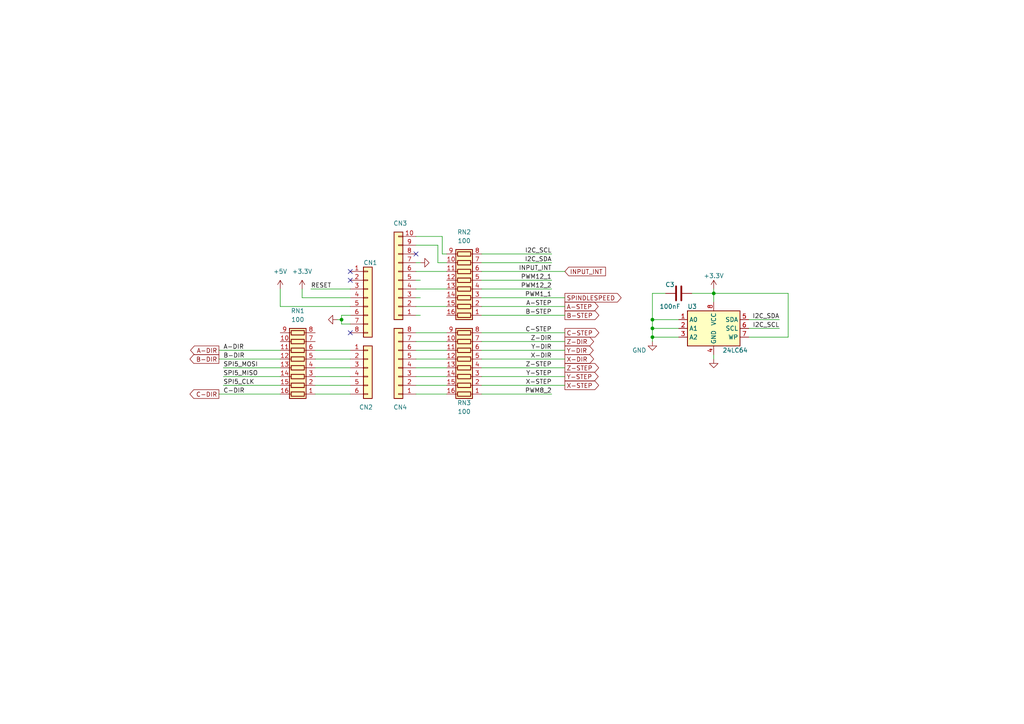
<source format=kicad_sch>
(kicad_sch (version 20230121) (generator eeschema)
  (paper "A4")
  (lib_symbols
    (symbol "Connector_Generic:Conn_01x06" (pin_names (offset 1.016) hide)
      (property "Reference" "J" (at 0 7.62 0))
      (property "Value" "Conn_01x06" (at 0 -10.16 0))
      (symbol "Conn_01x06_1_1"
        (rectangle (start -1.27 -7.493) (end 0 -7.747) (stroke (width 0.1524)))
        (rectangle (start -1.27 -4.953) (end 0 -5.207) (stroke (width 0.1524)))
        (rectangle (start -1.27 -2.413) (end 0 -2.667) (stroke (width 0.1524)))
        (rectangle (start -1.27 0.127) (end 0 -0.127) (stroke (width 0.1524)))
        (rectangle (start -1.27 2.667) (end 0 2.413) (stroke (width 0.1524)))
        (rectangle (start -1.27 5.207) (end 0 4.953) (stroke (width 0.1524)))
        (rectangle (start -1.27 6.35) (end 1.27 -8.89) (stroke (width 0.254)) (fill (type background)))
        (pin passive line (at -5.08 5.08 0) (length 3.81) (name "Pin_1") (number "1"))
        (pin passive line (at -5.08 2.54 0) (length 3.81) (name "Pin_2") (number "2"))
        (pin passive line (at -5.08 0 0) (length 3.81) (name "Pin_3") (number "3"))
        (pin passive line (at -5.08 -2.54 0) (length 3.81) (name "Pin_4") (number "4"))
        (pin passive line (at -5.08 -5.08 0) (length 3.81) (name "Pin_5") (number "5"))
        (pin passive line (at -5.08 -7.62 0) (length 3.81) (name "Pin_6") (number "6"))
      )
    )
    (symbol "Connector_Generic:Conn_01x08" (pin_names (offset 1.016) hide)
      (property "Reference" "J" (at 0 10.16 0))
      (property "Value" "Conn_01x08" (at 0 -12.7 0))
      (symbol "Conn_01x08_1_1"
        (rectangle (start -1.27 -10.033) (end 0 -10.287) (stroke (width 0.1524)))
        (rectangle (start -1.27 -7.493) (end 0 -7.747) (stroke (width 0.1524)))
        (rectangle (start -1.27 -4.953) (end 0 -5.207) (stroke (width 0.1524)))
        (rectangle (start -1.27 -2.413) (end 0 -2.667) (stroke (width 0.1524)))
        (rectangle (start -1.27 0.127) (end 0 -0.127) (stroke (width 0.1524)))
        (rectangle (start -1.27 2.667) (end 0 2.413) (stroke (width 0.1524)))
        (rectangle (start -1.27 5.207) (end 0 4.953) (stroke (width 0.1524)))
        (rectangle (start -1.27 7.747) (end 0 7.493) (stroke (width 0.1524)))
        (rectangle (start -1.27 8.89) (end 1.27 -11.43) (stroke (width 0.254)) (fill (type background)))
        (pin passive line (at -5.08 7.62 0) (length 3.81) (name "Pin_1") (number "1"))
        (pin passive line (at -5.08 5.08 0) (length 3.81) (name "Pin_2") (number "2"))
        (pin passive line (at -5.08 2.54 0) (length 3.81) (name "Pin_3") (number "3"))
        (pin passive line (at -5.08 0 0) (length 3.81) (name "Pin_4") (number "4"))
        (pin passive line (at -5.08 -2.54 0) (length 3.81) (name "Pin_5") (number "5"))
        (pin passive line (at -5.08 -5.08 0) (length 3.81) (name "Pin_6") (number "6"))
        (pin passive line (at -5.08 -7.62 0) (length 3.81) (name "Pin_7") (number "7"))
        (pin passive line (at -5.08 -10.16 0) (length 3.81) (name "Pin_8") (number "8"))
      )
    )
    (symbol "Connector_Generic:Conn_01x10" (pin_names (offset 1.016) hide)
      (property "Reference" "J" (at 0 12.7 0))
      (property "Value" "Conn_01x10" (at 0 -15.24 0))
      (symbol "Conn_01x10_1_1"
        (rectangle (start -1.27 -12.573) (end 0 -12.827) (stroke (width 0.1524)))
        (rectangle (start -1.27 -10.033) (end 0 -10.287) (stroke (width 0.1524)))
        (rectangle (start -1.27 -7.493) (end 0 -7.747) (stroke (width 0.1524)))
        (rectangle (start -1.27 -4.953) (end 0 -5.207) (stroke (width 0.1524)))
        (rectangle (start -1.27 -2.413) (end 0 -2.667) (stroke (width 0.1524)))
        (rectangle (start -1.27 0.127) (end 0 -0.127) (stroke (width 0.1524)))
        (rectangle (start -1.27 2.667) (end 0 2.413) (stroke (width 0.1524)))
        (rectangle (start -1.27 5.207) (end 0 4.953) (stroke (width 0.1524)))
        (rectangle (start -1.27 7.747) (end 0 7.493) (stroke (width 0.1524)))
        (rectangle (start -1.27 10.287) (end 0 10.033) (stroke (width 0.1524)))
        (rectangle (start -1.27 11.43) (end 1.27 -13.97) (stroke (width 0.254)) (fill (type background)))
        (pin passive line (at -5.08 10.16 0) (length 3.81) (name "Pin_1") (number "1"))
        (pin passive line (at -5.08 -12.7 0) (length 3.81) (name "Pin_10") (number "10"))
        (pin passive line (at -5.08 7.62 0) (length 3.81) (name "Pin_2") (number "2"))
        (pin passive line (at -5.08 5.08 0) (length 3.81) (name "Pin_3") (number "3"))
        (pin passive line (at -5.08 2.54 0) (length 3.81) (name "Pin_4") (number "4"))
        (pin passive line (at -5.08 0 0) (length 3.81) (name "Pin_5") (number "5"))
        (pin passive line (at -5.08 -2.54 0) (length 3.81) (name "Pin_6") (number "6"))
        (pin passive line (at -5.08 -5.08 0) (length 3.81) (name "Pin_7") (number "7"))
        (pin passive line (at -5.08 -7.62 0) (length 3.81) (name "Pin_8") (number "8"))
        (pin passive line (at -5.08 -10.16 0) (length 3.81) (name "Pin_9") (number "9"))
      )
    )
    (symbol "Device:C" (pin_numbers hide) (pin_names (offset 0.254))
      (property "Reference" "C" (at 0.635 2.54 0))
      (property "Value" "C" (at 0.635 -2.54 0))
      (symbol "C_0_1"
        (polyline (pts (xy -2.032 -0.762) (xy 2.032 -0.762)) (stroke (width 0.508)))
        (polyline (pts (xy -2.032 0.762) (xy 2.032 0.762)) (stroke (width 0.508)))
      )
      (symbol "C_1_1"
        (pin passive line (at 0 3.81 270) (length 2.794) (name "~") (number "1"))
        (pin passive line (at 0 -3.81 90) (length 2.794) (name "~") (number "2"))
      )
    )
    (symbol "Device:R_Pack08" (pin_names (offset 0) hide)
      (property "Reference" "RN" (at -12.7 0 90))
      (property "Value" "R_Pack08" (at 10.16 0 90))
      (symbol "R_Pack08_0_1"
        (rectangle (start -11.43 -2.413) (end 8.89 2.413) (stroke (width 0.254)) (fill (type background)))
        (rectangle (start -10.795 1.905) (end -9.525 -1.905) (stroke (width 0.254)))
        (rectangle (start -8.255 1.905) (end -6.985 -1.905) (stroke (width 0.254)))
        (rectangle (start -5.715 1.905) (end -4.445 -1.905) (stroke (width 0.254)))
        (rectangle (start -3.175 1.905) (end -1.905 -1.905) (stroke (width 0.254)))
        (rectangle (start -0.635 1.905) (end 0.635 -1.905) (stroke (width 0.254)))
        (polyline (pts (xy -10.16 -2.54) (xy -10.16 -1.905)))
        (polyline (pts (xy -10.16 1.905) (xy -10.16 2.54)))
        (polyline (pts (xy -7.62 -2.54) (xy -7.62 -1.905)))
        (polyline (pts (xy -7.62 1.905) (xy -7.62 2.54)))
        (polyline (pts (xy -5.08 -2.54) (xy -5.08 -1.905)))
        (polyline (pts (xy -5.08 1.905) (xy -5.08 2.54)))
        (polyline (pts (xy -2.54 -2.54) (xy -2.54 -1.905)))
        (polyline (pts (xy -2.54 1.905) (xy -2.54 2.54)))
        (polyline (pts (xy 0 -2.54) (xy 0 -1.905)))
        (polyline (pts (xy 0 1.905) (xy 0 2.54)))
        (polyline (pts (xy 2.54 -2.54) (xy 2.54 -1.905)))
        (polyline (pts (xy 2.54 1.905) (xy 2.54 2.54)))
        (polyline (pts (xy 5.08 -2.54) (xy 5.08 -1.905)))
        (polyline (pts (xy 5.08 1.905) (xy 5.08 2.54)))
        (polyline (pts (xy 7.62 -2.54) (xy 7.62 -1.905)))
        (polyline (pts (xy 7.62 1.905) (xy 7.62 2.54)))
        (rectangle (start 1.905 1.905) (end 3.175 -1.905) (stroke (width 0.254)))
        (rectangle (start 4.445 1.905) (end 5.715 -1.905) (stroke (width 0.254)))
        (rectangle (start 6.985 1.905) (end 8.255 -1.905) (stroke (width 0.254)))
      )
      (symbol "R_Pack08_1_1"
        (pin passive line (at -10.16 -5.08 90) (length 2.54) (name "R1.1") (number "1"))
        (pin passive line (at 5.08 5.08 270) (length 2.54) (name "R7.2") (number "10"))
        (pin passive line (at 2.54 5.08 270) (length 2.54) (name "R6.2") (number "11"))
        (pin passive line (at 0 5.08 270) (length 2.54) (name "R5.2") (number "12"))
        (pin passive line (at -2.54 5.08 270) (length 2.54) (name "R4.2") (number "13"))
        (pin passive line (at -5.08 5.08 270) (length 2.54) (name "R3.2") (number "14"))
        (pin passive line (at -7.62 5.08 270) (length 2.54) (name "R2.2") (number "15"))
        (pin passive line (at -10.16 5.08 270) (length 2.54) (name "R1.2") (number "16"))
        (pin passive line (at -7.62 -5.08 90) (length 2.54) (name "R2.1") (number "2"))
        (pin passive line (at -5.08 -5.08 90) (length 2.54) (name "R3.1") (number "3"))
        (pin passive line (at -2.54 -5.08 90) (length 2.54) (name "R4.1") (number "4"))
        (pin passive line (at 0 -5.08 90) (length 2.54) (name "R5.1") (number "5"))
        (pin passive line (at 2.54 -5.08 90) (length 2.54) (name "R6.1") (number "6"))
        (pin passive line (at 5.08 -5.08 90) (length 2.54) (name "R7.1") (number "7"))
        (pin passive line (at 7.62 -5.08 90) (length 2.54) (name "R8.1") (number "8"))
        (pin passive line (at 7.62 5.08 270) (length 2.54) (name "R8.2") (number "9"))
      )
    )
    (symbol "Memory_EEPROM:24LC64"
      (property "Reference" "U" (at -6.35 6.35 0))
      (property "Value" "24LC64" (at 1.27 6.35 0))
      (symbol "24LC64_1_1"
        (rectangle (start -7.62 5.08) (end 7.62 -5.08) (stroke (width 0.254)) (fill (type background)))
        (pin input line (at -10.16 2.54 0) (length 2.54) (name "A0") (number "1"))
        (pin input line (at -10.16 0 0) (length 2.54) (name "A1") (number "2"))
        (pin input line (at -10.16 -2.54 0) (length 2.54) (name "A2") (number "3"))
        (pin power_in line (at 0 -7.62 90) (length 2.54) (name "GND") (number "4"))
        (pin bidirectional line (at 10.16 2.54 180) (length 2.54) (name "SDA") (number "5"))
        (pin input line (at 10.16 0 180) (length 2.54) (name "SCL") (number "6"))
        (pin input line (at 10.16 -2.54 180) (length 2.54) (name "WP") (number "7"))
        (pin power_in line (at 0 7.62 270) (length 2.54) (name "VCC") (number "8"))
      )
    )
    (symbol "power:+3.3V" (power) (pin_names (offset 0))
      (property "Value" "+3.3V" (at 0 3.556 0))
      (symbol "+3.3V_0_1"
        (polyline (pts (xy -0.762 1.27) (xy 0 2.54)))
        (polyline (pts (xy 0 0) (xy 0 2.54)))
        (polyline (pts (xy 0 2.54) (xy 0.762 1.27)))
      )
      (symbol "+3.3V_1_1"
        (pin power_in line (at 0 0 90) (length 0) hide (name "+3.3V") (number "1"))
      )
    )
    (symbol "power:+5V" (power) (pin_names (offset 0))
      (property "Value" "+5V" (at 0 3.556 0))
      (symbol "+5V_0_1"
        (polyline (pts (xy -0.762 1.27) (xy 0 2.54)))
        (polyline (pts (xy 0 0) (xy 0 2.54)))
        (polyline (pts (xy 0 2.54) (xy 0.762 1.27)))
      )
      (symbol "+5V_1_1"
        (pin power_in line (at 0 0 90) (length 0) hide (name "+5V") (number "1"))
      )
    )
    (symbol "power:GND" (power) (pin_names (offset 0))
      (property "Value" "GND" (at 0 -3.81 0))
      (symbol "GND_0_1"
        (polyline (pts (xy 0 0) (xy 0 -1.27) (xy 1.27 -1.27) (xy 0 -2.54) (xy -1.27 -1.27) (xy 0 -1.27)))
      )
      (symbol "GND_1_1"
        (pin power_in line (at 0 0 270) (length 0) hide (name "GND") (number "1"))
      )
    )
  )
  (junction (at 189.23 97.79))
  (junction (at 99.06 92.71))
  (junction (at 207.01 85.09))
  (junction (at 189.23 95.25))
  (junction (at 189.23 92.71))
  (no_connect (at 101.6 78.74))
  (no_connect (at 120.65 73.66))
  (no_connect (at 101.6 81.28))
  (no_connect (at 101.6 96.52))
  (wire (pts (xy 99.06 91.44) (xy 99.06 92.71)))
  (wire (pts (xy 120.65 111.76) (xy 129.54 111.76)))
  (wire (pts (xy 120.65 71.12) (xy 127 71.12)))
  (wire (pts (xy 127 76.2) (xy 129.54 76.2)))
  (wire (pts (xy 90.17 83.82) (xy 101.6 83.82)))
  (wire (pts (xy 189.23 97.79) (xy 189.23 99.06)))
  (wire (pts (xy 120.65 96.52) (xy 129.54 96.52)))
  (wire (pts (xy 139.7 114.3) (xy 160.02 114.3)))
  (wire (pts (xy 91.44 104.14) (xy 101.6 104.14)))
  (wire (pts (xy 139.7 109.22) (xy 163.83 109.22)))
  (wire (pts (xy 217.17 92.71) (xy 226.06 92.71)))
  (wire (pts (xy 101.6 93.98) (xy 99.06 93.98)))
  (wire (pts (xy 91.44 106.68) (xy 101.6 106.68)))
  (wire (pts (xy 139.7 99.06) (xy 163.83 99.06)))
  (wire (pts (xy 120.65 83.82) (xy 129.54 83.82)))
  (wire (pts (xy 63.5 104.14) (xy 81.28 104.14)))
  (wire (pts (xy 196.85 97.79) (xy 189.23 97.79)))
  (wire (pts (xy 64.77 111.76) (xy 81.28 111.76)))
  (wire (pts (xy 91.44 114.3) (xy 101.6 114.3)))
  (wire (pts (xy 139.7 73.66) (xy 160.02 73.66)))
  (wire (pts (xy 193.04 85.09) (xy 189.23 85.09)))
  (wire (pts (xy 64.77 106.68) (xy 81.28 106.68)))
  (wire (pts (xy 120.65 91.44) (xy 121.92 91.44)))
  (wire (pts (xy 120.65 86.36) (xy 121.92 86.36)))
  (wire (pts (xy 63.5 114.3) (xy 81.28 114.3)))
  (wire (pts (xy 189.23 92.71) (xy 196.85 92.71)))
  (wire (pts (xy 64.77 109.22) (xy 81.28 109.22)))
  (wire (pts (xy 139.7 88.9) (xy 163.83 88.9)))
  (wire (pts (xy 139.7 96.52) (xy 163.83 96.52)))
  (wire (pts (xy 139.7 101.6) (xy 163.83 101.6)))
  (wire (pts (xy 99.06 92.71) (xy 97.79 92.71)))
  (wire (pts (xy 139.7 78.74) (xy 163.83 78.74)))
  (wire (pts (xy 139.7 81.28) (xy 160.02 81.28)))
  (wire (pts (xy 139.7 111.76) (xy 163.83 111.76)))
  (wire (pts (xy 99.06 93.98) (xy 99.06 92.71)))
  (wire (pts (xy 120.65 88.9) (xy 129.54 88.9)))
  (wire (pts (xy 91.44 101.6) (xy 101.6 101.6)))
  (wire (pts (xy 120.65 68.58) (xy 128.27 68.58)))
  (wire (pts (xy 217.17 95.25) (xy 226.06 95.25)))
  (wire (pts (xy 120.65 81.28) (xy 121.92 81.28)))
  (wire (pts (xy 139.7 86.36) (xy 163.83 86.36)))
  (wire (pts (xy 228.6 85.09) (xy 207.01 85.09)))
  (wire (pts (xy 128.27 73.66) (xy 128.27 68.58)))
  (wire (pts (xy 207.01 85.09) (xy 207.01 87.63)))
  (wire (pts (xy 120.65 101.6) (xy 129.54 101.6)))
  (wire (pts (xy 129.54 73.66) (xy 128.27 73.66)))
  (wire (pts (xy 139.7 104.14) (xy 163.83 104.14)))
  (wire (pts (xy 139.7 91.44) (xy 163.83 91.44)))
  (wire (pts (xy 200.66 85.09) (xy 207.01 85.09)))
  (wire (pts (xy 91.44 111.76) (xy 101.6 111.76)))
  (wire (pts (xy 228.6 97.79) (xy 228.6 85.09)))
  (wire (pts (xy 101.6 91.44) (xy 99.06 91.44)))
  (wire (pts (xy 127 71.12) (xy 127 76.2)))
  (wire (pts (xy 189.23 92.71) (xy 189.23 95.25)))
  (wire (pts (xy 120.65 109.22) (xy 129.54 109.22)))
  (wire (pts (xy 120.65 106.68) (xy 129.54 106.68)))
  (wire (pts (xy 87.63 83.82) (xy 87.63 86.36)))
  (wire (pts (xy 81.28 88.9) (xy 101.6 88.9)))
  (wire (pts (xy 139.7 76.2) (xy 160.02 76.2)))
  (wire (pts (xy 81.28 83.82) (xy 81.28 88.9)))
  (wire (pts (xy 207.01 104.14) (xy 207.01 102.87)))
  (wire (pts (xy 217.17 97.79) (xy 228.6 97.79)))
  (wire (pts (xy 189.23 95.25) (xy 196.85 95.25)))
  (wire (pts (xy 139.7 106.68) (xy 163.83 106.68)))
  (wire (pts (xy 120.65 78.74) (xy 129.54 78.74)))
  (wire (pts (xy 91.44 109.22) (xy 101.6 109.22)))
  (wire (pts (xy 120.65 99.06) (xy 129.54 99.06)))
  (wire (pts (xy 120.65 114.3) (xy 129.54 114.3)))
  (wire (pts (xy 87.63 86.36) (xy 101.6 86.36)))
  (wire (pts (xy 120.65 104.14) (xy 129.54 104.14)))
  (wire (pts (xy 189.23 95.25) (xy 189.23 97.79)))
  (wire (pts (xy 139.7 83.82) (xy 160.02 83.82)))
  (wire (pts (xy 120.65 76.2) (xy 121.92 76.2)))
  (wire (pts (xy 63.5 101.6) (xy 81.28 101.6)))
  (wire (pts (xy 189.23 85.09) (xy 189.23 92.71)))
  (wire (pts (xy 207.01 83.82) (xy 207.01 85.09)))
  (label "SPI5_CLK" (at 64.77 111.76 0))
  (label "C-STEP" (at 160.02 96.52 180))
  (label "PWM12_2" (at 160.02 83.82 180))
  (label "I2C_SCL" (at 160.02 73.66 180))
  (label "RESET" (at 90.17 83.82 0))
  (label "I2C_SCL" (at 226.06 95.25 180))
  (label "SPI5_MISO" (at 64.77 109.22 0))
  (label "Z-STEP" (at 160.02 106.68 180))
  (label "PWM12_1" (at 160.02 81.28 180))
  (label "X-STEP" (at 160.02 111.76 180))
  (label "B-STEP" (at 160.02 91.44 180))
  (label "A-STEP" (at 160.02 88.9 180))
  (label "A-DIR" (at 64.77 101.6 0))
  (label "B-DIR" (at 64.77 104.14 0))
  (label "Y-DIR" (at 160.02 101.6 180))
  (label "Y-STEP" (at 160.02 109.22 180))
  (label "SPI5_MOSI" (at 64.77 106.68 0))
  (label "PWM1_1" (at 160.02 86.36 180))
  (label "I2C_SDA" (at 160.02 76.2 180))
  (label "C-DIR" (at 64.77 114.3 0))
  (label "I2C_SDA" (at 226.06 92.71 180))
  (label "Z-DIR" (at 160.02 99.06 180))
  (label "PWM8_2" (at 160.02 114.3 180))
  (label "INPUT_INT" (at 160.02 78.74 180))
  (label "X-DIR" (at 160.02 104.14 180))
  (global_label "A-STEP" (shape output) (at 163.83 88.9 0) (property "Intersheetrefs" "${INTERSHEET_REFS}" (effects hide)))
  (global_label "B-DIR" (shape output) (at 63.5 104.14 180) (property "Intersheetrefs" "${INTERSHEET_REFS}" (effects hide)))
  (global_label "X-STEP" (shape output) (at 163.83 111.76 0) (property "Intersheetrefs" "${INTERSHEET_REFS}" (effects hide)))
  (global_label "C-DIR" (shape output) (at 63.5 114.3 180) (property "Intersheetrefs" "${INTERSHEET_REFS}" (effects hide)))
  (global_label "B-STEP" (shape output) (at 163.83 91.44 0) (property "Intersheetrefs" "${INTERSHEET_REFS}" (effects hide)))
  (global_label "A-DIR" (shape output) (at 63.5 101.6 180) (property "Intersheetrefs" "${INTERSHEET_REFS}" (effects hide)))
  (global_label "Y-STEP" (shape output) (at 163.83 109.22 0) (property "Intersheetrefs" "${INTERSHEET_REFS}" (effects hide)))
  (global_label "Z-STEP" (shape output) (at 163.83 106.68 0) (property "Intersheetrefs" "${INTERSHEET_REFS}" (effects hide)))
  (global_label "INPUT_INT" (shape input) (at 163.83 78.74 0) (property "Intersheetrefs" "${INTERSHEET_REFS}" (effects hide)))
  (global_label "C-STEP" (shape output) (at 163.83 96.52 0) (property "Intersheetrefs" "${INTERSHEET_REFS}" (effects hide)))
  (global_label "SPINDLESPEED" (shape output) (at 163.83 86.36 0) (property "Intersheetrefs" "${INTERSHEET_REFS}" (effects hide)))
  (global_label "Z-DIR" (shape output) (at 163.83 99.06 0) (property "Intersheetrefs" "${INTERSHEET_REFS}" (effects hide)))
  (global_label "X-DIR" (shape output) (at 163.83 104.14 0) (property "Intersheetrefs" "${INTERSHEET_REFS}" (effects hide)))
  (global_label "Y-DIR" (shape output) (at 163.83 101.6 0) (property "Intersheetrefs" "${INTERSHEET_REFS}" (effects hide)))
  (symbol (lib_id "power:GND") (at 121.92 76.2 90) (unit 1)
    (property "Reference" "#PWR02" (effects hide))
    (property "Value" "GND" (effects hide))
  )
  (symbol (lib_id "power:+3.3V") (at 207.01 83.82 0) (unit 1)
    (property "Reference" "#PWR09" (effects hide))
    (property "Value" "+3.3V" (at 207.01 80.01 0))
  )
  (symbol (lib_id "power:+3.3V") (at 87.63 83.82 0) (unit 1)
    (property "Reference" "#PWR04" (effects hide))
    (property "Value" "+3.3V" (at 87.63 78.74 0))
  )
  (symbol (lib_id "power:GND") (at 97.79 92.71 270) (unit 1)
    (property "Reference" "#PWR01" (effects hide))
    (property "Value" "GND" (effects hide))
  )
  (symbol (lib_id "Connector_Generic:Conn_01x08") (at 115.57 106.68 180) (unit 1)
    (property "Reference" "CN4" (at 118.11 118.11 0) (effects (justify left)))
    (property "Value" "PinHeader_1x08_P2.54mm_Vertical" (effects hide))
    (property "Footprint" "Connector_PinHeader_2.54mm:PinHeader_1x08_P2.54mm_Vertical" (effects hide))
  )
  (symbol (lib_id "Connector_Generic:Conn_01x06") (at 106.68 106.68 0) (unit 1)
    (property "Reference" "CN2" (at 104.14 118.11 0) (effects (justify left)))
    (property "Value" "PinHeader_1x06_P2.54mm_Vertical" (effects hide))
    (property "Footprint" "Connector_PinHeader_2.54mm:PinHeader_1x06_P2.54mm_Vertical" (effects hide))
  )
  (symbol (lib_id "Connector_Generic:Conn_01x08") (at 106.68 86.36 0) (unit 1)
    (property "Reference" "CN1" (at 105.41 76.2 0) (effects (justify left)))
    (property "Value" "PinHeader_1x08_P2.54mm_Vertical" (effects hide))
    (property "Footprint" "Connector_PinHeader_2.54mm:PinHeader_1x08_P2.54mm_Vertical" (effects hide))
  )
  (symbol (lib_id "Memory_EEPROM:24LC64") (at 207.01 95.25 0) (unit 1)
    (property "Reference" "U3" (at 199.39 88.9 0) (effects (justify left)))
    (property "Value" "24LC64" (at 209.55 101.6 0) (effects (justify left)))
    (property "Footprint" "Package_SO:SOIC-8_3.9x4.9mm_P1.27mm" (effects hide))
    (property "Datasheet" "http://ww1.microchip.com/downloads/en/DeviceDoc/21189f.pdf" (effects hide))
  )
  (symbol (lib_id "Device:R_Pack08") (at 134.62 104.14 90) (unit 1)
    (property "Reference" "RN3" (at 134.62 116.84 90))
    (property "Value" "100" (at 134.62 119.38 90))
    (property "Footprint" "Package_SO:SOIC-16W_5.3x10.2mm_P1.27mm" (effects hide))
  )
  (symbol (lib_id "power:GND") (at 189.23 99.06 0) (unit 1)
    (property "Reference" "#PWR08" (effects hide))
    (property "Value" "GND" (at 185.42 101.6 0))
  )
  (symbol (lib_id "Device:R_Pack08") (at 134.62 81.28 90) (unit 1)
    (property "Reference" "RN2" (at 134.62 67.31 90))
    (property "Value" "100" (at 134.62 69.85 90))
    (property "Footprint" "Package_SO:SOIC-16W_5.3x10.2mm_P1.27mm" (effects hide))
  )
  (symbol (lib_id "power:+5V") (at 81.28 83.82 0) (unit 1)
    (property "Reference" "#PWR03" (effects hide))
    (property "Value" "+5V" (at 81.28 78.74 0))
  )
  (symbol (lib_id "Device:C") (at 196.85 85.09 90) (unit 1)
    (property "Reference" "C3" (at 194.31 82.55 90))
    (property "Value" "100nF" (at 194.31 88.9 90))
    (property "Footprint" "Capacitor_SMD:C_0805_2012Metric" (effects hide))
  )
  (symbol (lib_id "Connector_Generic:Conn_01x10") (at 115.57 81.28 180) (unit 1)
    (property "Reference" "CN3" (at 118.11 64.77 0) (effects (justify left)))
    (property "Value" "PinHeader_1x10_P2.54mm_Vertical" (effects hide))
    (property "Footprint" "Connector_PinHeader_2.54mm:PinHeader_1x10_P2.54mm_Vertical" (effects hide))
  )
  (symbol (lib_id "power:GND") (at 207.01 104.14 0) (unit 1)
    (property "Reference" "#PWR010" (effects hide))
    (property "Value" "GND" (effects hide))
  )
  (symbol (lib_id "Device:R_Pack08") (at 86.36 104.14 90) (unit 1)
    (property "Reference" "RN1" (at 86.36 90.17 90))
    (property "Value" "100" (at 86.36 92.71 90))
    (property "Footprint" "Package_SO:SOIC-16W_5.3x10.2mm_P1.27mm" (effects hide))
    (property "Digikey" "4816P-1-101LFTR-ND" (effects hide))
  )
)
</source>
